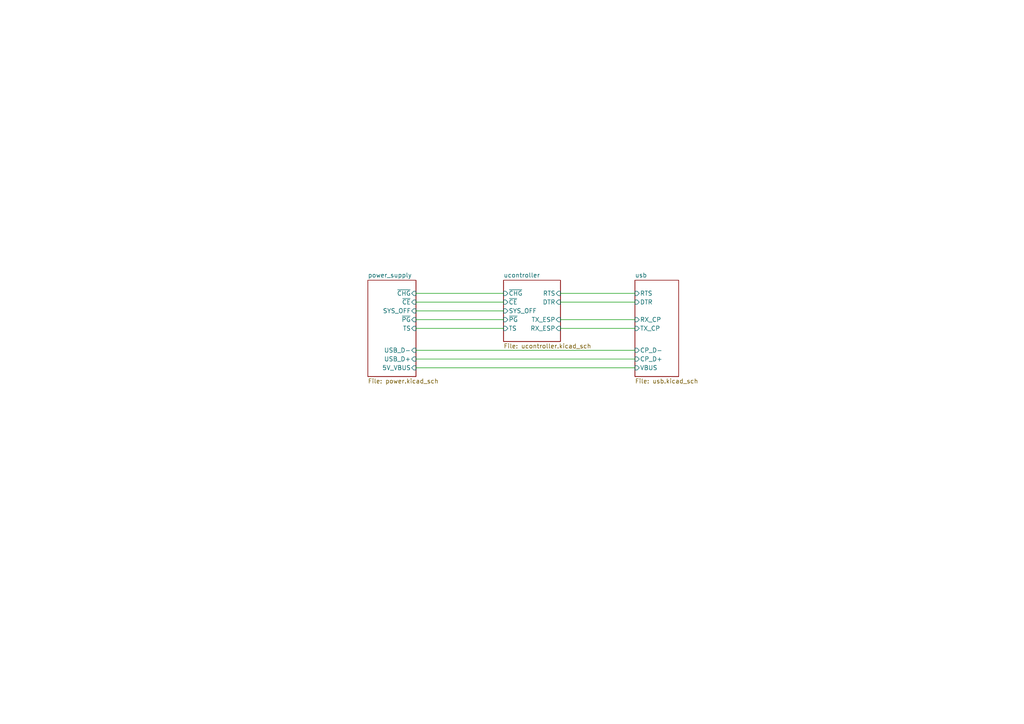
<source format=kicad_sch>
(kicad_sch (version 20211123) (generator eeschema)

  (uuid 8ef09e1e-a8d3-4eff-98b8-08f9bd625502)

  (paper "A4")

  (lib_symbols
  )


  (wire (pts (xy 120.65 101.6) (xy 184.15 101.6))
    (stroke (width 0) (type default) (color 0 0 0 0))
    (uuid 2a4185bd-8b56-4cf1-b1ea-0bf5281dd2a0)
  )
  (wire (pts (xy 120.65 106.68) (xy 184.15 106.68))
    (stroke (width 0) (type default) (color 0 0 0 0))
    (uuid 75fafd8c-308a-47ef-ae4f-84a2d04ff347)
  )
  (wire (pts (xy 120.65 85.09) (xy 146.05 85.09))
    (stroke (width 0) (type default) (color 0 0 0 0))
    (uuid 7fb42c18-5537-4cb0-a109-6c4b926d72c2)
  )
  (wire (pts (xy 120.65 95.25) (xy 146.05 95.25))
    (stroke (width 0) (type default) (color 0 0 0 0))
    (uuid 9378e3e1-1c47-42c7-b17b-af0a2b56e6ee)
  )
  (wire (pts (xy 162.56 85.09) (xy 184.15 85.09))
    (stroke (width 0) (type default) (color 0 0 0 0))
    (uuid 95406d6b-e458-4a82-8d36-f595abcbdb7e)
  )
  (wire (pts (xy 120.65 92.71) (xy 146.05 92.71))
    (stroke (width 0) (type default) (color 0 0 0 0))
    (uuid 99b7f1f1-5606-48d1-a6c8-9cf0810db637)
  )
  (wire (pts (xy 162.56 87.63) (xy 184.15 87.63))
    (stroke (width 0) (type default) (color 0 0 0 0))
    (uuid b02e2e71-834b-4918-ab0f-78d1abbf30d9)
  )
  (wire (pts (xy 120.65 104.14) (xy 184.15 104.14))
    (stroke (width 0) (type default) (color 0 0 0 0))
    (uuid cf298215-a708-4de7-8733-f9190d3f93e8)
  )
  (wire (pts (xy 162.56 95.25) (xy 184.15 95.25))
    (stroke (width 0) (type default) (color 0 0 0 0))
    (uuid e35d3f96-1a87-49fe-bf0a-4020a43190be)
  )
  (wire (pts (xy 120.65 90.17) (xy 146.05 90.17))
    (stroke (width 0) (type default) (color 0 0 0 0))
    (uuid f1b8125e-6a71-4a4d-b466-bbe06e98f457)
  )
  (wire (pts (xy 120.65 87.63) (xy 146.05 87.63))
    (stroke (width 0) (type default) (color 0 0 0 0))
    (uuid f39ea645-1a43-40fe-9faf-c00679f5a6f7)
  )
  (wire (pts (xy 162.56 92.71) (xy 184.15 92.71))
    (stroke (width 0) (type default) (color 0 0 0 0))
    (uuid fe16ab49-793b-450c-873f-e5147c5d215b)
  )

  (sheet (at 146.05 81.28) (size 16.51 17.78) (fields_autoplaced)
    (stroke (width 0.1524) (type solid) (color 0 0 0 0))
    (fill (color 0 0 0 0.0000))
    (uuid 11202cf4-7e26-4a63-864b-fd3a08cbccd0)
    (property "Sheet name" "ucontroller" (id 0) (at 146.05 80.5684 0)
      (effects (font (size 1.27 1.27)) (justify left bottom))
    )
    (property "Sheet file" "ucontroller.kicad_sch" (id 1) (at 146.05 99.6446 0)
      (effects (font (size 1.27 1.27)) (justify left top))
    )
    (pin "TX_ESP" input (at 162.56 92.71 0)
      (effects (font (size 1.27 1.27)) (justify right))
      (uuid bb399522-e4b5-4a07-b26b-b882ff612746)
    )
    (pin "RX_ESP" input (at 162.56 95.25 0)
      (effects (font (size 1.27 1.27)) (justify right))
      (uuid d1d0894c-0547-46e8-8f80-220f847e4eac)
    )
    (pin "SYS_OFF" input (at 146.05 90.17 180)
      (effects (font (size 1.27 1.27)) (justify left))
      (uuid bce1be42-3012-4d83-9151-7621b6be34cc)
    )
    (pin "~{CE}" input (at 146.05 87.63 180)
      (effects (font (size 1.27 1.27)) (justify left))
      (uuid c8e31da1-5331-4758-ade3-5e7e94916407)
    )
    (pin "TS" input (at 146.05 95.25 180)
      (effects (font (size 1.27 1.27)) (justify left))
      (uuid a519898e-7725-4f22-ba41-2e52ce273729)
    )
    (pin "~{PG}" input (at 146.05 92.71 180)
      (effects (font (size 1.27 1.27)) (justify left))
      (uuid 54dd0a43-32c7-45e7-bca9-92726f08b0c7)
    )
    (pin "~{CHG}" input (at 146.05 85.09 180)
      (effects (font (size 1.27 1.27)) (justify left))
      (uuid d035d25d-845f-46b7-afc3-cfa4f280a2fa)
    )
    (pin "RTS" input (at 162.56 85.09 0)
      (effects (font (size 1.27 1.27)) (justify right))
      (uuid 816da756-99b9-42b1-972a-87972039e4fd)
    )
    (pin "DTR" input (at 162.56 87.63 0)
      (effects (font (size 1.27 1.27)) (justify right))
      (uuid 4832a90a-7c25-4c3f-8da3-ab7a326bff63)
    )
  )

  (sheet (at 184.15 81.28) (size 12.7 27.94) (fields_autoplaced)
    (stroke (width 0.1524) (type solid) (color 0 0 0 0))
    (fill (color 0 0 0 0.0000))
    (uuid 4d02a685-69e4-46d7-be51-63e88ee388e6)
    (property "Sheet name" "usb" (id 0) (at 184.15 80.5684 0)
      (effects (font (size 1.27 1.27)) (justify left bottom))
    )
    (property "Sheet file" "usb.kicad_sch" (id 1) (at 184.15 109.8046 0)
      (effects (font (size 1.27 1.27)) (justify left top))
    )
    (pin "RX_CP" input (at 184.15 92.71 180)
      (effects (font (size 1.27 1.27)) (justify left))
      (uuid 27783fb5-5449-4db0-92d7-2ae785970491)
    )
    (pin "TX_CP" input (at 184.15 95.25 180)
      (effects (font (size 1.27 1.27)) (justify left))
      (uuid 586c5c98-a6bd-42d4-8ef7-a8496e81655d)
    )
    (pin "CP_D+" input (at 184.15 104.14 180)
      (effects (font (size 1.27 1.27)) (justify left))
      (uuid d61d1351-8a99-471d-8b5c-3f31f2595a11)
    )
    (pin "CP_D-" input (at 184.15 101.6 180)
      (effects (font (size 1.27 1.27)) (justify left))
      (uuid cb31bc5e-9279-4930-afa6-485ee5c3d85e)
    )
    (pin "VBUS" input (at 184.15 106.68 180)
      (effects (font (size 1.27 1.27)) (justify left))
      (uuid 0e2369dc-c832-4d4a-814f-02d43e1193d8)
    )
    (pin "RTS" input (at 184.15 85.09 180)
      (effects (font (size 1.27 1.27)) (justify left))
      (uuid 11caba6f-86cc-4c37-8826-ffd70723c191)
    )
    (pin "DTR" input (at 184.15 87.63 180)
      (effects (font (size 1.27 1.27)) (justify left))
      (uuid ef283c71-b2a8-4c1d-a161-382430549944)
    )
  )

  (sheet (at 106.68 81.28) (size 13.97 27.94) (fields_autoplaced)
    (stroke (width 0.1524) (type solid) (color 0 0 0 0))
    (fill (color 0 0 0 0.0000))
    (uuid 576557c4-ef64-4b8f-b30f-1af3610a5c92)
    (property "Sheet name" "power_supply" (id 0) (at 106.68 80.5684 0)
      (effects (font (size 1.27 1.27)) (justify left bottom))
    )
    (property "Sheet file" "power.kicad_sch" (id 1) (at 106.68 109.8046 0)
      (effects (font (size 1.27 1.27)) (justify left top))
    )
    (pin "TS" input (at 120.65 95.25 0)
      (effects (font (size 1.27 1.27)) (justify right))
      (uuid 210e825d-5550-4126-99d4-7d2612728802)
    )
    (pin "~{PG}" input (at 120.65 92.71 0)
      (effects (font (size 1.27 1.27)) (justify right))
      (uuid 4d455a16-c03c-45e0-acb8-c0d7d71f6ad1)
    )
    (pin "~{CHG}" input (at 120.65 85.09 0)
      (effects (font (size 1.27 1.27)) (justify right))
      (uuid 1e5f00ac-6285-4f5c-8d69-7503125089bc)
    )
    (pin "~{CE}" input (at 120.65 87.63 0)
      (effects (font (size 1.27 1.27)) (justify right))
      (uuid efc32b40-0a22-413d-940a-de53fbc07c24)
    )
    (pin "SYS_OFF" input (at 120.65 90.17 0)
      (effects (font (size 1.27 1.27)) (justify right))
      (uuid d31a6d88-33b2-42f9-976f-b9cca77e9aff)
    )
    (pin "USB_D-" input (at 120.65 101.6 0)
      (effects (font (size 1.27 1.27)) (justify right))
      (uuid 0b2988dc-33cb-4d7c-aafc-1bbf786e5fe2)
    )
    (pin "USB_D+" input (at 120.65 104.14 0)
      (effects (font (size 1.27 1.27)) (justify right))
      (uuid c38de571-cc4b-4ce6-a15e-5b6aeb5bfb28)
    )
    (pin "5V_VBUS" input (at 120.65 106.68 0)
      (effects (font (size 1.27 1.27)) (justify right))
      (uuid bd08fca8-3f32-4bd1-a1a0-a19c3d083aa8)
    )
  )

  (sheet_instances
    (path "/" (page "1"))
    (path "/576557c4-ef64-4b8f-b30f-1af3610a5c92" (page "2"))
    (path "/11202cf4-7e26-4a63-864b-fd3a08cbccd0" (page "3"))
    (path "/4d02a685-69e4-46d7-be51-63e88ee388e6" (page "4"))
  )

  (symbol_instances
    (path "/576557c4-ef64-4b8f-b30f-1af3610a5c92/829cc5f8-429a-4c59-abb0-73c9f1eefaeb"
      (reference "#PWR01") (unit 1) (value "GND") (footprint "")
    )
    (path "/576557c4-ef64-4b8f-b30f-1af3610a5c92/6ab20f8f-a826-474b-9691-6b3bcdf2f3cd"
      (reference "#PWR02") (unit 1) (value "GND") (footprint "")
    )
    (path "/576557c4-ef64-4b8f-b30f-1af3610a5c92/235dfcc7-8a41-4d5b-8361-46de5bc12fb1"
      (reference "#PWR04") (unit 1) (value "+5V") (footprint "")
    )
    (path "/576557c4-ef64-4b8f-b30f-1af3610a5c92/be06fa20-5380-41c9-9146-2fd8905dcbea"
      (reference "#PWR05") (unit 1) (value "+5V") (footprint "")
    )
    (path "/576557c4-ef64-4b8f-b30f-1af3610a5c92/19272a55-ea35-40f0-b4e5-93d47edff5cb"
      (reference "#PWR06") (unit 1) (value "+5V") (footprint "")
    )
    (path "/576557c4-ef64-4b8f-b30f-1af3610a5c92/c36483d5-bced-4b07-aa55-f4a902d27c27"
      (reference "#PWR07") (unit 1) (value "GND") (footprint "")
    )
    (path "/576557c4-ef64-4b8f-b30f-1af3610a5c92/03f49518-3688-4f85-ae56-ff1b6b52f56e"
      (reference "#PWR08") (unit 1) (value "GND") (footprint "")
    )
    (path "/576557c4-ef64-4b8f-b30f-1af3610a5c92/4a44b2a9-8827-4d86-92a8-873b6169c1fd"
      (reference "#PWR09") (unit 1) (value "GND") (footprint "")
    )
    (path "/576557c4-ef64-4b8f-b30f-1af3610a5c92/13f5a5d1-3759-46f5-b471-fcac147bd8c4"
      (reference "#PWR010") (unit 1) (value "GND") (footprint "")
    )
    (path "/576557c4-ef64-4b8f-b30f-1af3610a5c92/ed550d28-9283-422b-8c65-c5e7ae6a4052"
      (reference "#PWR011") (unit 1) (value "GND") (footprint "")
    )
    (path "/576557c4-ef64-4b8f-b30f-1af3610a5c92/0f993460-9016-4cfc-add5-462478e4a7a5"
      (reference "#PWR013") (unit 1) (value "GND") (footprint "")
    )
    (path "/576557c4-ef64-4b8f-b30f-1af3610a5c92/7d70f145-33c9-4d7a-b942-09506a586f75"
      (reference "#PWR014") (unit 1) (value "GND") (footprint "")
    )
    (path "/576557c4-ef64-4b8f-b30f-1af3610a5c92/1030db99-e4a1-4d67-a4b0-7c02125e974f"
      (reference "#PWR015") (unit 1) (value "GND") (footprint "")
    )
    (path "/576557c4-ef64-4b8f-b30f-1af3610a5c92/06e6e4fc-384e-4b9e-8bb5-1054fb9cfc93"
      (reference "#PWR016") (unit 1) (value "+5V") (footprint "")
    )
    (path "/576557c4-ef64-4b8f-b30f-1af3610a5c92/82e49c80-d820-46bc-88c6-7819a38b7b46"
      (reference "#PWR017") (unit 1) (value "+5V") (footprint "")
    )
    (path "/576557c4-ef64-4b8f-b30f-1af3610a5c92/b489ade5-d31b-4e6d-a639-e08f39048b62"
      (reference "#PWR018") (unit 1) (value "+5V") (footprint "")
    )
    (path "/576557c4-ef64-4b8f-b30f-1af3610a5c92/15f91a84-40ca-4306-a44d-d90cf967c8fe"
      (reference "#PWR019") (unit 1) (value "+5V") (footprint "")
    )
    (path "/576557c4-ef64-4b8f-b30f-1af3610a5c92/7a501718-3c51-4bb3-816b-25d1b0a62cd9"
      (reference "#PWR021") (unit 1) (value "+BATT") (footprint "")
    )
    (path "/576557c4-ef64-4b8f-b30f-1af3610a5c92/a77abf1a-33ea-4cbf-a7e7-6626b96850e8"
      (reference "#PWR022") (unit 1) (value "+BATT") (footprint "")
    )
    (path "/576557c4-ef64-4b8f-b30f-1af3610a5c92/cc8729cd-b199-4f2d-ad2d-d78afbf01d8d"
      (reference "#PWR023") (unit 1) (value "+BATT") (footprint "")
    )
    (path "/576557c4-ef64-4b8f-b30f-1af3610a5c92/49ff5a63-1407-48e5-8bd8-b0740c373474"
      (reference "#PWR024") (unit 1) (value "GND") (footprint "")
    )
    (path "/576557c4-ef64-4b8f-b30f-1af3610a5c92/e7856501-63af-4894-80f1-501fe4ac8f31"
      (reference "#PWR025") (unit 1) (value "+5V") (footprint "")
    )
    (path "/576557c4-ef64-4b8f-b30f-1af3610a5c92/6c839d67-add2-4b60-beed-764858a80db5"
      (reference "#PWR026") (unit 1) (value "+5V") (footprint "")
    )
    (path "/576557c4-ef64-4b8f-b30f-1af3610a5c92/bb9f931c-8f72-44d2-959d-5ae3a74b6995"
      (reference "#PWR027") (unit 1) (value "+3V3") (footprint "")
    )
    (path "/576557c4-ef64-4b8f-b30f-1af3610a5c92/85838a45-b4f1-47ac-94b6-313b313eba7d"
      (reference "#PWR028") (unit 1) (value "+5V") (footprint "")
    )
    (path "/576557c4-ef64-4b8f-b30f-1af3610a5c92/8a4c1c1f-0f0c-4b15-9f06-9cc10f7f95fe"
      (reference "#PWR030") (unit 1) (value "GND") (footprint "")
    )
    (path "/576557c4-ef64-4b8f-b30f-1af3610a5c92/c33119b8-79e6-4a9b-be80-77c3cf5448b1"
      (reference "#PWR031") (unit 1) (value "GND") (footprint "")
    )
    (path "/576557c4-ef64-4b8f-b30f-1af3610a5c92/17373430-1e8f-4078-934d-425297b8f369"
      (reference "#PWR032") (unit 1) (value "GND") (footprint "")
    )
    (path "/576557c4-ef64-4b8f-b30f-1af3610a5c92/33beea3e-ff32-4ea4-a7b6-6a5779d6fc71"
      (reference "#PWR033") (unit 1) (value "GND") (footprint "")
    )
    (path "/576557c4-ef64-4b8f-b30f-1af3610a5c92/2d2670cc-91b6-469c-86e7-eadd4897233e"
      (reference "#PWR034") (unit 1) (value "GND") (footprint "")
    )
    (path "/576557c4-ef64-4b8f-b30f-1af3610a5c92/6b235fb7-e925-4fbf-8674-3197309d7695"
      (reference "#PWR035") (unit 1) (value "GND") (footprint "")
    )
    (path "/576557c4-ef64-4b8f-b30f-1af3610a5c92/2aa682cd-26af-4aa3-addc-e407a6505c68"
      (reference "#PWR036") (unit 1) (value "GND") (footprint "")
    )
    (path "/576557c4-ef64-4b8f-b30f-1af3610a5c92/f014edc3-9f9b-406a-8125-8885c97c8e2a"
      (reference "#PWR037") (unit 1) (value "GND") (footprint "")
    )
    (path "/576557c4-ef64-4b8f-b30f-1af3610a5c92/4be9e6da-31b4-4039-b52a-8f65f6ae9c06"
      (reference "#PWR038") (unit 1) (value "+BATT") (footprint "")
    )
    (path "/576557c4-ef64-4b8f-b30f-1af3610a5c92/b3754867-058f-40f6-a114-4aabb54b6868"
      (reference "#PWR039") (unit 1) (value "GND") (footprint "")
    )
    (path "/11202cf4-7e26-4a63-864b-fd3a08cbccd0/5c8b4367-8893-4071-a748-84f4b3586761"
      (reference "#PWR040") (unit 1) (value "+3V3") (footprint "")
    )
    (path "/11202cf4-7e26-4a63-864b-fd3a08cbccd0/d65907ec-0b07-4ebe-bdf8-285a31ab52a5"
      (reference "#PWR041") (unit 1) (value "GND") (footprint "")
    )
    (path "/11202cf4-7e26-4a63-864b-fd3a08cbccd0/846fdebe-1695-4787-ac58-b490042f5e3a"
      (reference "#PWR042") (unit 1) (value "+3V3") (footprint "")
    )
    (path "/11202cf4-7e26-4a63-864b-fd3a08cbccd0/4186bbeb-7b92-4873-89cc-fd725c740649"
      (reference "#PWR043") (unit 1) (value "GND") (footprint "")
    )
    (path "/11202cf4-7e26-4a63-864b-fd3a08cbccd0/08f347e8-3dcc-417c-9972-2403fce29c82"
      (reference "#PWR044") (unit 1) (value "GND") (footprint "")
    )
    (path "/11202cf4-7e26-4a63-864b-fd3a08cbccd0/5f73dca0-2c5d-42c2-b27a-7401fa864cb7"
      (reference "#PWR045") (unit 1) (value "GND") (footprint "")
    )
    (path "/11202cf4-7e26-4a63-864b-fd3a08cbccd0/63e007fc-ae2d-45ce-8841-83d1d344a8d0"
      (reference "#PWR046") (unit 1) (value "GND") (footprint "")
    )
    (path "/11202cf4-7e26-4a63-864b-fd3a08cbccd0/c12d3e6e-3d24-4c0e-80d9-69178356ff9c"
      (reference "#PWR047") (unit 1) (value "GND") (footprint "")
    )
    (path "/4d02a685-69e4-46d7-be51-63e88ee388e6/09510cec-43dd-4d76-b3ef-45ce60629e84"
      (reference "#PWR048") (unit 1) (value "+5V") (footprint "")
    )
    (path "/4d02a685-69e4-46d7-be51-63e88ee388e6/88e6d2f9-4d19-457c-8eaa-5157df8a27ca"
      (reference "#PWR049") (unit 1) (value "GND") (footprint "")
    )
    (path "/4d02a685-69e4-46d7-be51-63e88ee388e6/c2754986-5a20-4a89-abbd-25caf27000f7"
      (reference "#PWR050") (unit 1) (value "GND") (footprint "")
    )
    (path "/4d02a685-69e4-46d7-be51-63e88ee388e6/7a3331dd-f480-4582-97e2-30b3a522f7ba"
      (reference "#PWR051") (unit 1) (value "GND") (footprint "")
    )
    (path "/4d02a685-69e4-46d7-be51-63e88ee388e6/fbbee5f3-ff93-4c74-b083-46061aff6236"
      (reference "#PWR052") (unit 1) (value "+5V") (footprint "")
    )
    (path "/4d02a685-69e4-46d7-be51-63e88ee388e6/a1acec7e-543c-45e2-803e-8d9f7b201975"
      (reference "#PWR053") (unit 1) (value "GND") (footprint "")
    )
    (path "/4d02a685-69e4-46d7-be51-63e88ee388e6/9097c8f2-28f7-461d-9ef6-c3aa97aedfa3"
      (reference "#PWR054") (unit 1) (value "GND") (footprint "")
    )
    (path "/4d02a685-69e4-46d7-be51-63e88ee388e6/7a9da6ea-fe08-45ac-9407-3124bae3a6fe"
      (reference "#PWR055") (unit 1) (value "GND") (footprint "")
    )
    (path "/576557c4-ef64-4b8f-b30f-1af3610a5c92/7fc72185-b051-4818-ab60-f73be158d597"
      (reference "C1") (unit 1) (value "10u") (footprint "Capacitor_SMD:C_0603_1608Metric")
    )
    (path "/576557c4-ef64-4b8f-b30f-1af3610a5c92/07a7702f-be84-4250-acb9-67cc667294fb"
      (reference "C2") (unit 1) (value "10n") (footprint "Capacitor_SMD:C_0402_1005Metric")
    )
    (path "/576557c4-ef64-4b8f-b30f-1af3610a5c92/f6738551-d3cb-472d-9115-a8c22e533190"
      (reference "C3") (unit 1) (value "0.1u") (footprint "Capacitor_SMD:C_0402_1005Metric")
    )
    (path "/576557c4-ef64-4b8f-b30f-1af3610a5c92/471cf865-52dd-4238-ba47-23219b16529c"
      (reference "C4") (unit 1) (value "22p") (footprint "Capacitor_SMD:C_0402_1005Metric")
    )
    (path "/576557c4-ef64-4b8f-b30f-1af3610a5c92/3e410099-0654-4210-bc8f-e069b6d4ccb2"
      (reference "C5") (unit 1) (value "22p") (footprint "Capacitor_SMD:C_0402_1005Metric")
    )
    (path "/576557c4-ef64-4b8f-b30f-1af3610a5c92/af822506-de54-4593-829e-051d9862c871"
      (reference "C7") (unit 1) (value "0.1u") (footprint "Capacitor_SMD:C_0402_1005Metric")
    )
    (path "/576557c4-ef64-4b8f-b30f-1af3610a5c92/c6e36b18-9806-4fbd-bc8e-10fefa344e2d"
      (reference "C8") (unit 1) (value "0.1u") (footprint "Capacitor_SMD:C_0402_1005Metric")
    )
    (path "/576557c4-ef64-4b8f-b30f-1af3610a5c92/179caae7-2697-4e6b-b2a8-453b564976b7"
      (reference "C9") (unit 1) (value "4.7u") (footprint "Capacitor_SMD:C_0603_1608Metric")
    )
    (path "/576557c4-ef64-4b8f-b30f-1af3610a5c92/26f3662b-eadf-454a-bd35-87f470d4058b"
      (reference "C11") (unit 1) (value "0.1u") (footprint "Capacitor_SMD:C_0402_1005Metric")
    )
    (path "/576557c4-ef64-4b8f-b30f-1af3610a5c92/28194dad-c6e1-4f7e-b9e3-df9c54e0b33d"
      (reference "C12") (unit 1) (value "4.7u") (footprint "Capacitor_SMD:C_0603_1608Metric")
    )
    (path "/576557c4-ef64-4b8f-b30f-1af3610a5c92/f272c911-d57b-4f6d-9b52-8bc763bb4cfa"
      (reference "C13") (unit 1) (value "10u") (footprint "Capacitor_SMD:C_0603_1608Metric")
    )
    (path "/576557c4-ef64-4b8f-b30f-1af3610a5c92/570b31e2-57dc-4b73-a834-fee56bb87b39"
      (reference "C14") (unit 1) (value "22u") (footprint "Capacitor_SMD:C_0603_1608Metric")
    )
    (path "/11202cf4-7e26-4a63-864b-fd3a08cbccd0/2ec155fb-9f81-4581-8412-f53760e3ffef"
      (reference "C15") (unit 1) (value "0.1u") (footprint "Capacitor_SMD:C_0402_1005Metric")
    )
    (path "/11202cf4-7e26-4a63-864b-fd3a08cbccd0/53aecea2-3fd3-41bf-868a-5e0e752c50e1"
      (reference "C16") (unit 1) (value "0.1u") (footprint "Capacitor_SMD:C_0402_1005Metric")
    )
    (path "/11202cf4-7e26-4a63-864b-fd3a08cbccd0/9c05f622-19b5-40d2-903b-e584c62158e7"
      (reference "C17") (unit 1) (value "0.1u") (footprint "Capacitor_SMD:C_0402_1005Metric")
    )
    (path "/4d02a685-69e4-46d7-be51-63e88ee388e6/01be99a5-c11a-4c7c-a67e-4f349c2d044c"
      (reference "C18") (unit 1) (value "100n") (footprint "Capacitor_SMD:C_0402_1005Metric")
    )
    (path "/4d02a685-69e4-46d7-be51-63e88ee388e6/6d484183-e12c-47e1-8e81-9420a5509735"
      (reference "C19") (unit 1) (value "100n") (footprint "Capacitor_SMD:C_0402_1005Metric")
    )
    (path "/4d02a685-69e4-46d7-be51-63e88ee388e6/c4004ec9-18ba-4d13-91aa-386c3b52011d"
      (reference "C20") (unit 1) (value "100n") (footprint "Capacitor_SMD:C_0402_1005Metric")
    )
    (path "/576557c4-ef64-4b8f-b30f-1af3610a5c92/baf7b556-24d4-47b4-98ed-f1b45459dea5"
      (reference "D1") (unit 1) (value "LED_RGB") (footprint "LED_SMD:LED_RGB_5050-6")
    )
    (path "/576557c4-ef64-4b8f-b30f-1af3610a5c92/994bbcf5-d7f0-4cd2-9397-dcd15905603b"
      (reference "FB1") (unit 1) (value "600") (footprint "Inductor_SMD:L_0603_1608Metric")
    )
    (path "/576557c4-ef64-4b8f-b30f-1af3610a5c92/ceda7c25-43cd-4945-8968-deade8378878"
      (reference "J1") (unit 1) (value "USB_B_Micro") (footprint "Connector_USB:USB_Micro-B_Amphenol_10103594-0001LF_Horizontal")
    )
    (path "/576557c4-ef64-4b8f-b30f-1af3610a5c92/6c071e6c-53fe-4e45-8629-d52bd0300009"
      (reference "J2") (unit 1) (value "battery") (footprint "Connector:FanPinHeader_1x03_P2.54mm_Vertical")
    )
    (path "/11202cf4-7e26-4a63-864b-fd3a08cbccd0/6adaeb5b-cbac-4df1-9a29-9c2db9830e9a"
      (reference "Q1") (unit 1) (value "Q_NPN_BEC") (footprint "Package_TO_SOT_SMD:SOT-323_SC-70")
    )
    (path "/11202cf4-7e26-4a63-864b-fd3a08cbccd0/70ac29ae-7bbf-4e1b-a249-6c631453a130"
      (reference "Q2") (unit 1) (value "Q_NPN_BEC") (footprint "Package_TO_SOT_SMD:SOT-323_SC-70")
    )
    (path "/576557c4-ef64-4b8f-b30f-1af3610a5c92/18f35687-2f28-4969-9459-0e9c7ec31065"
      (reference "R1") (unit 1) (value "27") (footprint "Resistor_SMD:R_0603_1608Metric")
    )
    (path "/576557c4-ef64-4b8f-b30f-1af3610a5c92/07fc9263-dd91-46fa-83c0-c43e27946e78"
      (reference "R2") (unit 1) (value "27") (footprint "Resistor_SMD:R_0603_1608Metric")
    )
    (path "/576557c4-ef64-4b8f-b30f-1af3610a5c92/890ddec2-f71b-43b9-972f-092a534ded6c"
      (reference "R3") (unit 1) (value "1k") (footprint "Resistor_SMD:R_0402_1005Metric")
    )
    (path "/576557c4-ef64-4b8f-b30f-1af3610a5c92/907beacc-32fb-4c58-b582-a0040b9c5ba1"
      (reference "R4") (unit 1) (value "1k") (footprint "Resistor_SMD:R_0402_1005Metric")
    )
    (path "/576557c4-ef64-4b8f-b30f-1af3610a5c92/e0bc0c01-2a78-46f6-8f0d-8a8278894f67"
      (reference "R5") (unit 1) (value "1.2k") (footprint "Resistor_SMD:R_0402_1005Metric")
    )
    (path "/576557c4-ef64-4b8f-b30f-1af3610a5c92/410e7be6-44e8-45ab-b18e-17dd9b71ecd9"
      (reference "R6") (unit 1) (value "1.2k") (footprint "Resistor_SMD:R_0402_1005Metric")
    )
    (path "/576557c4-ef64-4b8f-b30f-1af3610a5c92/07a535c5-49da-4064-af00-169e0079bae0"
      (reference "R7") (unit 1) (value "10k") (footprint "Resistor_SMD:R_0402_1005Metric")
    )
    (path "/11202cf4-7e26-4a63-864b-fd3a08cbccd0/01edc7cc-ce18-4fbd-8627-aeb794e225a5"
      (reference "R8") (unit 1) (value "10k") (footprint "Resistor_SMD:R_0402_1005Metric")
    )
    (path "/11202cf4-7e26-4a63-864b-fd3a08cbccd0/cd206731-6e26-45ab-b8b5-a11bdaea9f13"
      (reference "R9") (unit 1) (value "10k") (footprint "Resistor_SMD:R_0402_1005Metric")
    )
    (path "/4d02a685-69e4-46d7-be51-63e88ee388e6/a96e1638-d5e5-43d4-b1e7-db5708e00bf5"
      (reference "R10") (unit 1) (value "2k") (footprint "Resistor_SMD:R_0402_1005Metric")
    )
    (path "/4d02a685-69e4-46d7-be51-63e88ee388e6/05c36841-5a21-45a2-b3e7-6e036fe9495e"
      (reference "R11") (unit 1) (value "0") (footprint "Resistor_SMD:R_0402_1005Metric")
    )
    (path "/4d02a685-69e4-46d7-be51-63e88ee388e6/4ba51227-ba17-4643-a185-cdf8043bff47"
      (reference "R12") (unit 1) (value "22k") (footprint "Resistor_SMD:R_0402_1005Metric")
    )
    (path "/4d02a685-69e4-46d7-be51-63e88ee388e6/fb675db1-d139-411c-9b6f-e9f70c31672b"
      (reference "R13") (unit 1) (value "0") (footprint "Resistor_SMD:R_0402_1005Metric")
    )
    (path "/4d02a685-69e4-46d7-be51-63e88ee388e6/354c8b63-5749-4c7c-b584-0097d44de3bc"
      (reference "R14") (unit 1) (value "47k") (footprint "Resistor_SMD:R_0402_1005Metric")
    )
    (path "/4d02a685-69e4-46d7-be51-63e88ee388e6/c1900ca7-d400-44b6-8b1b-49d92d5c4466"
      (reference "R15") (unit 1) (value "10k") (footprint "Resistor_SMD:R_0402_1005Metric")
    )
    (path "/11202cf4-7e26-4a63-864b-fd3a08cbccd0/67a2f48c-f9c6-46d9-bb00-810f366455e2"
      (reference "SW1") (unit 1) (value "SW_Push") (footprint "Button_Switch_SMD:SW_SPST_B3S-1000")
    )
    (path "/11202cf4-7e26-4a63-864b-fd3a08cbccd0/1268cdab-1326-4004-8b00-1fe95f9f8559"
      (reference "SW2") (unit 1) (value "SW_Push") (footprint "Button_Switch_SMD:SW_SPST_B3S-1000")
    )
    (path "/576557c4-ef64-4b8f-b30f-1af3610a5c92/9b2ba8dc-41fa-4029-9058-81810cd563e5"
      (reference "U1") (unit 1) (value "DT1446-04V-7") (footprint "SOT-26-6:SOT95P280X120-6N")
    )
    (path "/576557c4-ef64-4b8f-b30f-1af3610a5c92/f0bccbda-9d66-422b-8645-9d2ca7aeb6a9"
      (reference "U2") (unit 1) (value "BQ24075RGT") (footprint "Package_DFN_QFN:VQFN-16-1EP_3x3mm_P0.5mm_EP1.6x1.6mm")
    )
    (path "/576557c4-ef64-4b8f-b30f-1af3610a5c92/afe665b4-7e0a-42e7-a2c8-ef043adeed9b"
      (reference "U3") (unit 1) (value "AMS1117-3.3") (footprint "Package_TO_SOT_SMD:SOT-223-3_TabPin2")
    )
    (path "/11202cf4-7e26-4a63-864b-fd3a08cbccd0/9057210f-e612-4dc0-8bb3-c2ec0aeb72ed"
      (reference "U4") (unit 1) (value "ESP32-WROOM-32") (footprint "RF_Module:ESP32-WROOM-32")
    )
    (path "/4d02a685-69e4-46d7-be51-63e88ee388e6/1d82576b-39e9-464c-9b5a-ea5f4418db93"
      (reference "U5") (unit 1) (value "CP2102N-Axx-xQFN24") (footprint "Package_DFN_QFN:QFN-24-1EP_4x4mm_P0.5mm_EP2.6x2.6mm")
    )
  )
)

</source>
